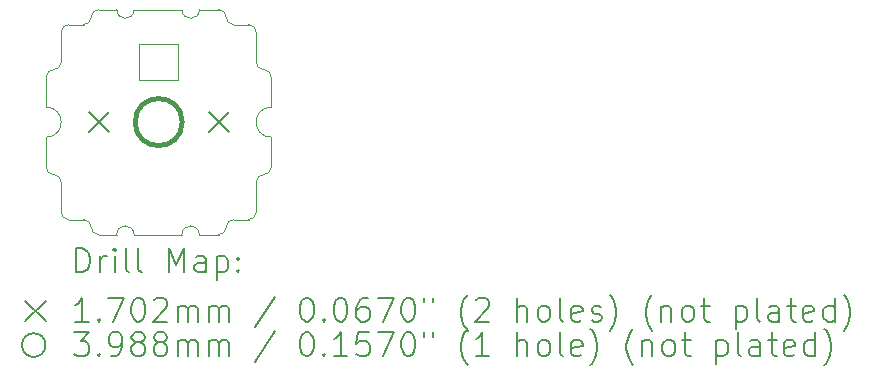
<source format=gbr>
%TF.GenerationSoftware,KiCad,Pcbnew,7.0.5*%
%TF.CreationDate,2024-03-07T22:21:13-05:00*%
%TF.ProjectId,amoebe_streamline,616d6f65-6265-45f7-9374-7265616d6c69,rev?*%
%TF.SameCoordinates,Original*%
%TF.FileFunction,Drillmap*%
%TF.FilePolarity,Positive*%
%FSLAX45Y45*%
G04 Gerber Fmt 4.5, Leading zero omitted, Abs format (unit mm)*
G04 Created by KiCad (PCBNEW 7.0.5) date 2024-03-07 22:21:13*
%MOMM*%
%LPD*%
G01*
G04 APERTURE LIST*
%ADD10C,0.100000*%
%ADD11C,0.200000*%
%ADD12C,0.170180*%
%ADD13C,0.398780*%
G04 APERTURE END LIST*
D10*
X14485549Y-9080429D02*
G75*
G03*
X14633011Y-9080429I73731J0D01*
G01*
X13931829Y-9080429D02*
G75*
G03*
X14079291Y-9080429I73731J0D01*
G01*
X13779500Y-9080500D02*
X13931829Y-9080571D01*
X14633011Y-9080429D02*
X14795500Y-9080500D01*
X14079291Y-9080571D02*
X14485549Y-9080429D01*
X14079291Y-10985571D02*
X14484208Y-10985500D01*
X14631670Y-10985500D02*
X14795500Y-10985500D01*
X13779500Y-10985500D02*
X13931829Y-10985571D01*
X14631670Y-10985500D02*
G75*
G03*
X14484208Y-10985500I-73731J0D01*
G01*
X13398500Y-9588500D02*
G75*
G03*
X13335000Y-9652000I0J-63500D01*
G01*
X13525500Y-9207500D02*
X13652500Y-9207500D01*
X15240000Y-9652000D02*
G75*
G03*
X15176500Y-9588500I-63500J0D01*
G01*
X14452600Y-9373950D02*
X14124940Y-9373950D01*
X15113000Y-9271000D02*
X15113000Y-9525000D01*
X14859000Y-9144000D02*
G75*
G03*
X14922500Y-9207500I63500J0D01*
G01*
X13652500Y-9207500D02*
G75*
G03*
X13716000Y-9144000I0J63500D01*
G01*
X15240000Y-10160000D02*
X15240000Y-10414000D01*
X15240000Y-9906000D02*
X15240000Y-9652000D01*
X13462000Y-10795000D02*
G75*
G03*
X13525500Y-10858500I63500J0D01*
G01*
X13779500Y-9080500D02*
G75*
G03*
X13716000Y-9144000I0J-63500D01*
G01*
X13335000Y-10414000D02*
G75*
G03*
X13398500Y-10477500I63500J0D01*
G01*
X13335000Y-9906000D02*
X13335000Y-9652000D01*
X14452600Y-9676050D02*
X14452600Y-9373950D01*
X14922500Y-10858500D02*
G75*
G03*
X14859000Y-10922000I0J-63500D01*
G01*
X13716000Y-10922000D02*
G75*
G03*
X13779500Y-10985500I63500J0D01*
G01*
X13335000Y-10160000D02*
X13335000Y-10414000D01*
X14859000Y-9144000D02*
G75*
G03*
X14795500Y-9080500I-63500J0D01*
G01*
X13462000Y-9271000D02*
X13462000Y-9525000D01*
X13335000Y-10160000D02*
G75*
G03*
X13335000Y-9906000I0J127000D01*
G01*
X15049500Y-10858500D02*
G75*
G03*
X15113000Y-10795000I0J63500D01*
G01*
X13525500Y-9207500D02*
G75*
G03*
X13462000Y-9271000I0J-63500D01*
G01*
X15176500Y-10477500D02*
G75*
G03*
X15113000Y-10541000I0J-63500D01*
G01*
X15049500Y-10858500D02*
X14922500Y-10858500D01*
X15113000Y-9271000D02*
G75*
G03*
X15049500Y-9207500I-63500J0D01*
G01*
X13716000Y-10922000D02*
G75*
G03*
X13652500Y-10858500I-63500J0D01*
G01*
X15176500Y-10477500D02*
G75*
G03*
X15240000Y-10414000I0J63500D01*
G01*
X13525500Y-10858500D02*
X13652500Y-10858500D01*
X15113000Y-9525000D02*
G75*
G03*
X15176500Y-9588500I63500J0D01*
G01*
X14124940Y-9676050D02*
X14452600Y-9676050D01*
X13398500Y-9588500D02*
G75*
G03*
X13462000Y-9525000I0J63500D01*
G01*
X14922500Y-9207500D02*
X15049500Y-9207500D01*
X13462000Y-10541000D02*
G75*
G03*
X13398500Y-10477500I-63500J0D01*
G01*
X15240000Y-9906000D02*
G75*
G03*
X15240000Y-10160000I0J-127000D01*
G01*
X14124940Y-9373950D02*
X14124940Y-9676050D01*
X14079291Y-10985571D02*
G75*
G03*
X13931829Y-10985571I-73731J0D01*
G01*
X15113000Y-10795000D02*
X15113000Y-10541000D01*
X14795500Y-10985500D02*
G75*
G03*
X14859000Y-10922000I0J63500D01*
G01*
X13462000Y-10541000D02*
X13462000Y-10795000D01*
D11*
D12*
X13694400Y-9947700D02*
X13864580Y-10117880D01*
X13864580Y-9947700D02*
X13694400Y-10117880D01*
X14710400Y-9947700D02*
X14880580Y-10117880D01*
X14880580Y-9947700D02*
X14710400Y-10117880D01*
D13*
X14486880Y-10032790D02*
G75*
G03*
X14486880Y-10032790I-199390J0D01*
G01*
D11*
X13590777Y-11302055D02*
X13590777Y-11102055D01*
X13590777Y-11102055D02*
X13638396Y-11102055D01*
X13638396Y-11102055D02*
X13666967Y-11111579D01*
X13666967Y-11111579D02*
X13686015Y-11130626D01*
X13686015Y-11130626D02*
X13695539Y-11149674D01*
X13695539Y-11149674D02*
X13705062Y-11187769D01*
X13705062Y-11187769D02*
X13705062Y-11216341D01*
X13705062Y-11216341D02*
X13695539Y-11254436D01*
X13695539Y-11254436D02*
X13686015Y-11273483D01*
X13686015Y-11273483D02*
X13666967Y-11292531D01*
X13666967Y-11292531D02*
X13638396Y-11302055D01*
X13638396Y-11302055D02*
X13590777Y-11302055D01*
X13790777Y-11302055D02*
X13790777Y-11168722D01*
X13790777Y-11206817D02*
X13800301Y-11187769D01*
X13800301Y-11187769D02*
X13809824Y-11178245D01*
X13809824Y-11178245D02*
X13828872Y-11168722D01*
X13828872Y-11168722D02*
X13847920Y-11168722D01*
X13914586Y-11302055D02*
X13914586Y-11168722D01*
X13914586Y-11102055D02*
X13905062Y-11111579D01*
X13905062Y-11111579D02*
X13914586Y-11121103D01*
X13914586Y-11121103D02*
X13924110Y-11111579D01*
X13924110Y-11111579D02*
X13914586Y-11102055D01*
X13914586Y-11102055D02*
X13914586Y-11121103D01*
X14038396Y-11302055D02*
X14019348Y-11292531D01*
X14019348Y-11292531D02*
X14009824Y-11273483D01*
X14009824Y-11273483D02*
X14009824Y-11102055D01*
X14143158Y-11302055D02*
X14124110Y-11292531D01*
X14124110Y-11292531D02*
X14114586Y-11273483D01*
X14114586Y-11273483D02*
X14114586Y-11102055D01*
X14371729Y-11302055D02*
X14371729Y-11102055D01*
X14371729Y-11102055D02*
X14438396Y-11244912D01*
X14438396Y-11244912D02*
X14505062Y-11102055D01*
X14505062Y-11102055D02*
X14505062Y-11302055D01*
X14686015Y-11302055D02*
X14686015Y-11197293D01*
X14686015Y-11197293D02*
X14676491Y-11178245D01*
X14676491Y-11178245D02*
X14657443Y-11168722D01*
X14657443Y-11168722D02*
X14619348Y-11168722D01*
X14619348Y-11168722D02*
X14600301Y-11178245D01*
X14686015Y-11292531D02*
X14666967Y-11302055D01*
X14666967Y-11302055D02*
X14619348Y-11302055D01*
X14619348Y-11302055D02*
X14600301Y-11292531D01*
X14600301Y-11292531D02*
X14590777Y-11273483D01*
X14590777Y-11273483D02*
X14590777Y-11254436D01*
X14590777Y-11254436D02*
X14600301Y-11235388D01*
X14600301Y-11235388D02*
X14619348Y-11225864D01*
X14619348Y-11225864D02*
X14666967Y-11225864D01*
X14666967Y-11225864D02*
X14686015Y-11216341D01*
X14781253Y-11168722D02*
X14781253Y-11368722D01*
X14781253Y-11178245D02*
X14800301Y-11168722D01*
X14800301Y-11168722D02*
X14838396Y-11168722D01*
X14838396Y-11168722D02*
X14857443Y-11178245D01*
X14857443Y-11178245D02*
X14866967Y-11187769D01*
X14866967Y-11187769D02*
X14876491Y-11206817D01*
X14876491Y-11206817D02*
X14876491Y-11263960D01*
X14876491Y-11263960D02*
X14866967Y-11283007D01*
X14866967Y-11283007D02*
X14857443Y-11292531D01*
X14857443Y-11292531D02*
X14838396Y-11302055D01*
X14838396Y-11302055D02*
X14800301Y-11302055D01*
X14800301Y-11302055D02*
X14781253Y-11292531D01*
X14962205Y-11283007D02*
X14971729Y-11292531D01*
X14971729Y-11292531D02*
X14962205Y-11302055D01*
X14962205Y-11302055D02*
X14952682Y-11292531D01*
X14952682Y-11292531D02*
X14962205Y-11283007D01*
X14962205Y-11283007D02*
X14962205Y-11302055D01*
X14962205Y-11178245D02*
X14971729Y-11187769D01*
X14971729Y-11187769D02*
X14962205Y-11197293D01*
X14962205Y-11197293D02*
X14952682Y-11187769D01*
X14952682Y-11187769D02*
X14962205Y-11178245D01*
X14962205Y-11178245D02*
X14962205Y-11197293D01*
D12*
X13159820Y-11545481D02*
X13330000Y-11715661D01*
X13330000Y-11545481D02*
X13159820Y-11715661D01*
D11*
X13695539Y-11722055D02*
X13581253Y-11722055D01*
X13638396Y-11722055D02*
X13638396Y-11522055D01*
X13638396Y-11522055D02*
X13619348Y-11550626D01*
X13619348Y-11550626D02*
X13600301Y-11569674D01*
X13600301Y-11569674D02*
X13581253Y-11579198D01*
X13781253Y-11703007D02*
X13790777Y-11712531D01*
X13790777Y-11712531D02*
X13781253Y-11722055D01*
X13781253Y-11722055D02*
X13771729Y-11712531D01*
X13771729Y-11712531D02*
X13781253Y-11703007D01*
X13781253Y-11703007D02*
X13781253Y-11722055D01*
X13857443Y-11522055D02*
X13990777Y-11522055D01*
X13990777Y-11522055D02*
X13905062Y-11722055D01*
X14105062Y-11522055D02*
X14124110Y-11522055D01*
X14124110Y-11522055D02*
X14143158Y-11531579D01*
X14143158Y-11531579D02*
X14152682Y-11541103D01*
X14152682Y-11541103D02*
X14162205Y-11560150D01*
X14162205Y-11560150D02*
X14171729Y-11598245D01*
X14171729Y-11598245D02*
X14171729Y-11645864D01*
X14171729Y-11645864D02*
X14162205Y-11683960D01*
X14162205Y-11683960D02*
X14152682Y-11703007D01*
X14152682Y-11703007D02*
X14143158Y-11712531D01*
X14143158Y-11712531D02*
X14124110Y-11722055D01*
X14124110Y-11722055D02*
X14105062Y-11722055D01*
X14105062Y-11722055D02*
X14086015Y-11712531D01*
X14086015Y-11712531D02*
X14076491Y-11703007D01*
X14076491Y-11703007D02*
X14066967Y-11683960D01*
X14066967Y-11683960D02*
X14057443Y-11645864D01*
X14057443Y-11645864D02*
X14057443Y-11598245D01*
X14057443Y-11598245D02*
X14066967Y-11560150D01*
X14066967Y-11560150D02*
X14076491Y-11541103D01*
X14076491Y-11541103D02*
X14086015Y-11531579D01*
X14086015Y-11531579D02*
X14105062Y-11522055D01*
X14247920Y-11541103D02*
X14257443Y-11531579D01*
X14257443Y-11531579D02*
X14276491Y-11522055D01*
X14276491Y-11522055D02*
X14324110Y-11522055D01*
X14324110Y-11522055D02*
X14343158Y-11531579D01*
X14343158Y-11531579D02*
X14352682Y-11541103D01*
X14352682Y-11541103D02*
X14362205Y-11560150D01*
X14362205Y-11560150D02*
X14362205Y-11579198D01*
X14362205Y-11579198D02*
X14352682Y-11607769D01*
X14352682Y-11607769D02*
X14238396Y-11722055D01*
X14238396Y-11722055D02*
X14362205Y-11722055D01*
X14447920Y-11722055D02*
X14447920Y-11588722D01*
X14447920Y-11607769D02*
X14457443Y-11598245D01*
X14457443Y-11598245D02*
X14476491Y-11588722D01*
X14476491Y-11588722D02*
X14505063Y-11588722D01*
X14505063Y-11588722D02*
X14524110Y-11598245D01*
X14524110Y-11598245D02*
X14533634Y-11617293D01*
X14533634Y-11617293D02*
X14533634Y-11722055D01*
X14533634Y-11617293D02*
X14543158Y-11598245D01*
X14543158Y-11598245D02*
X14562205Y-11588722D01*
X14562205Y-11588722D02*
X14590777Y-11588722D01*
X14590777Y-11588722D02*
X14609824Y-11598245D01*
X14609824Y-11598245D02*
X14619348Y-11617293D01*
X14619348Y-11617293D02*
X14619348Y-11722055D01*
X14714586Y-11722055D02*
X14714586Y-11588722D01*
X14714586Y-11607769D02*
X14724110Y-11598245D01*
X14724110Y-11598245D02*
X14743158Y-11588722D01*
X14743158Y-11588722D02*
X14771729Y-11588722D01*
X14771729Y-11588722D02*
X14790777Y-11598245D01*
X14790777Y-11598245D02*
X14800301Y-11617293D01*
X14800301Y-11617293D02*
X14800301Y-11722055D01*
X14800301Y-11617293D02*
X14809824Y-11598245D01*
X14809824Y-11598245D02*
X14828872Y-11588722D01*
X14828872Y-11588722D02*
X14857443Y-11588722D01*
X14857443Y-11588722D02*
X14876491Y-11598245D01*
X14876491Y-11598245D02*
X14886015Y-11617293D01*
X14886015Y-11617293D02*
X14886015Y-11722055D01*
X15276491Y-11512531D02*
X15105063Y-11769674D01*
X15533634Y-11522055D02*
X15552682Y-11522055D01*
X15552682Y-11522055D02*
X15571729Y-11531579D01*
X15571729Y-11531579D02*
X15581253Y-11541103D01*
X15581253Y-11541103D02*
X15590777Y-11560150D01*
X15590777Y-11560150D02*
X15600301Y-11598245D01*
X15600301Y-11598245D02*
X15600301Y-11645864D01*
X15600301Y-11645864D02*
X15590777Y-11683960D01*
X15590777Y-11683960D02*
X15581253Y-11703007D01*
X15581253Y-11703007D02*
X15571729Y-11712531D01*
X15571729Y-11712531D02*
X15552682Y-11722055D01*
X15552682Y-11722055D02*
X15533634Y-11722055D01*
X15533634Y-11722055D02*
X15514586Y-11712531D01*
X15514586Y-11712531D02*
X15505063Y-11703007D01*
X15505063Y-11703007D02*
X15495539Y-11683960D01*
X15495539Y-11683960D02*
X15486015Y-11645864D01*
X15486015Y-11645864D02*
X15486015Y-11598245D01*
X15486015Y-11598245D02*
X15495539Y-11560150D01*
X15495539Y-11560150D02*
X15505063Y-11541103D01*
X15505063Y-11541103D02*
X15514586Y-11531579D01*
X15514586Y-11531579D02*
X15533634Y-11522055D01*
X15686015Y-11703007D02*
X15695539Y-11712531D01*
X15695539Y-11712531D02*
X15686015Y-11722055D01*
X15686015Y-11722055D02*
X15676491Y-11712531D01*
X15676491Y-11712531D02*
X15686015Y-11703007D01*
X15686015Y-11703007D02*
X15686015Y-11722055D01*
X15819348Y-11522055D02*
X15838396Y-11522055D01*
X15838396Y-11522055D02*
X15857444Y-11531579D01*
X15857444Y-11531579D02*
X15866967Y-11541103D01*
X15866967Y-11541103D02*
X15876491Y-11560150D01*
X15876491Y-11560150D02*
X15886015Y-11598245D01*
X15886015Y-11598245D02*
X15886015Y-11645864D01*
X15886015Y-11645864D02*
X15876491Y-11683960D01*
X15876491Y-11683960D02*
X15866967Y-11703007D01*
X15866967Y-11703007D02*
X15857444Y-11712531D01*
X15857444Y-11712531D02*
X15838396Y-11722055D01*
X15838396Y-11722055D02*
X15819348Y-11722055D01*
X15819348Y-11722055D02*
X15800301Y-11712531D01*
X15800301Y-11712531D02*
X15790777Y-11703007D01*
X15790777Y-11703007D02*
X15781253Y-11683960D01*
X15781253Y-11683960D02*
X15771729Y-11645864D01*
X15771729Y-11645864D02*
X15771729Y-11598245D01*
X15771729Y-11598245D02*
X15781253Y-11560150D01*
X15781253Y-11560150D02*
X15790777Y-11541103D01*
X15790777Y-11541103D02*
X15800301Y-11531579D01*
X15800301Y-11531579D02*
X15819348Y-11522055D01*
X16057444Y-11522055D02*
X16019348Y-11522055D01*
X16019348Y-11522055D02*
X16000301Y-11531579D01*
X16000301Y-11531579D02*
X15990777Y-11541103D01*
X15990777Y-11541103D02*
X15971729Y-11569674D01*
X15971729Y-11569674D02*
X15962206Y-11607769D01*
X15962206Y-11607769D02*
X15962206Y-11683960D01*
X15962206Y-11683960D02*
X15971729Y-11703007D01*
X15971729Y-11703007D02*
X15981253Y-11712531D01*
X15981253Y-11712531D02*
X16000301Y-11722055D01*
X16000301Y-11722055D02*
X16038396Y-11722055D01*
X16038396Y-11722055D02*
X16057444Y-11712531D01*
X16057444Y-11712531D02*
X16066967Y-11703007D01*
X16066967Y-11703007D02*
X16076491Y-11683960D01*
X16076491Y-11683960D02*
X16076491Y-11636341D01*
X16076491Y-11636341D02*
X16066967Y-11617293D01*
X16066967Y-11617293D02*
X16057444Y-11607769D01*
X16057444Y-11607769D02*
X16038396Y-11598245D01*
X16038396Y-11598245D02*
X16000301Y-11598245D01*
X16000301Y-11598245D02*
X15981253Y-11607769D01*
X15981253Y-11607769D02*
X15971729Y-11617293D01*
X15971729Y-11617293D02*
X15962206Y-11636341D01*
X16143158Y-11522055D02*
X16276491Y-11522055D01*
X16276491Y-11522055D02*
X16190777Y-11722055D01*
X16390777Y-11522055D02*
X16409825Y-11522055D01*
X16409825Y-11522055D02*
X16428872Y-11531579D01*
X16428872Y-11531579D02*
X16438396Y-11541103D01*
X16438396Y-11541103D02*
X16447920Y-11560150D01*
X16447920Y-11560150D02*
X16457444Y-11598245D01*
X16457444Y-11598245D02*
X16457444Y-11645864D01*
X16457444Y-11645864D02*
X16447920Y-11683960D01*
X16447920Y-11683960D02*
X16438396Y-11703007D01*
X16438396Y-11703007D02*
X16428872Y-11712531D01*
X16428872Y-11712531D02*
X16409825Y-11722055D01*
X16409825Y-11722055D02*
X16390777Y-11722055D01*
X16390777Y-11722055D02*
X16371729Y-11712531D01*
X16371729Y-11712531D02*
X16362206Y-11703007D01*
X16362206Y-11703007D02*
X16352682Y-11683960D01*
X16352682Y-11683960D02*
X16343158Y-11645864D01*
X16343158Y-11645864D02*
X16343158Y-11598245D01*
X16343158Y-11598245D02*
X16352682Y-11560150D01*
X16352682Y-11560150D02*
X16362206Y-11541103D01*
X16362206Y-11541103D02*
X16371729Y-11531579D01*
X16371729Y-11531579D02*
X16390777Y-11522055D01*
X16533634Y-11522055D02*
X16533634Y-11560150D01*
X16609825Y-11522055D02*
X16609825Y-11560150D01*
X16905063Y-11798245D02*
X16895539Y-11788722D01*
X16895539Y-11788722D02*
X16876491Y-11760150D01*
X16876491Y-11760150D02*
X16866968Y-11741103D01*
X16866968Y-11741103D02*
X16857444Y-11712531D01*
X16857444Y-11712531D02*
X16847920Y-11664912D01*
X16847920Y-11664912D02*
X16847920Y-11626817D01*
X16847920Y-11626817D02*
X16857444Y-11579198D01*
X16857444Y-11579198D02*
X16866968Y-11550626D01*
X16866968Y-11550626D02*
X16876491Y-11531579D01*
X16876491Y-11531579D02*
X16895539Y-11503007D01*
X16895539Y-11503007D02*
X16905063Y-11493483D01*
X16971730Y-11541103D02*
X16981253Y-11531579D01*
X16981253Y-11531579D02*
X17000301Y-11522055D01*
X17000301Y-11522055D02*
X17047920Y-11522055D01*
X17047920Y-11522055D02*
X17066968Y-11531579D01*
X17066968Y-11531579D02*
X17076491Y-11541103D01*
X17076491Y-11541103D02*
X17086015Y-11560150D01*
X17086015Y-11560150D02*
X17086015Y-11579198D01*
X17086015Y-11579198D02*
X17076491Y-11607769D01*
X17076491Y-11607769D02*
X16962206Y-11722055D01*
X16962206Y-11722055D02*
X17086015Y-11722055D01*
X17324111Y-11722055D02*
X17324111Y-11522055D01*
X17409825Y-11722055D02*
X17409825Y-11617293D01*
X17409825Y-11617293D02*
X17400301Y-11598245D01*
X17400301Y-11598245D02*
X17381253Y-11588722D01*
X17381253Y-11588722D02*
X17352682Y-11588722D01*
X17352682Y-11588722D02*
X17333634Y-11598245D01*
X17333634Y-11598245D02*
X17324111Y-11607769D01*
X17533634Y-11722055D02*
X17514587Y-11712531D01*
X17514587Y-11712531D02*
X17505063Y-11703007D01*
X17505063Y-11703007D02*
X17495539Y-11683960D01*
X17495539Y-11683960D02*
X17495539Y-11626817D01*
X17495539Y-11626817D02*
X17505063Y-11607769D01*
X17505063Y-11607769D02*
X17514587Y-11598245D01*
X17514587Y-11598245D02*
X17533634Y-11588722D01*
X17533634Y-11588722D02*
X17562206Y-11588722D01*
X17562206Y-11588722D02*
X17581253Y-11598245D01*
X17581253Y-11598245D02*
X17590777Y-11607769D01*
X17590777Y-11607769D02*
X17600301Y-11626817D01*
X17600301Y-11626817D02*
X17600301Y-11683960D01*
X17600301Y-11683960D02*
X17590777Y-11703007D01*
X17590777Y-11703007D02*
X17581253Y-11712531D01*
X17581253Y-11712531D02*
X17562206Y-11722055D01*
X17562206Y-11722055D02*
X17533634Y-11722055D01*
X17714587Y-11722055D02*
X17695539Y-11712531D01*
X17695539Y-11712531D02*
X17686015Y-11693483D01*
X17686015Y-11693483D02*
X17686015Y-11522055D01*
X17866968Y-11712531D02*
X17847920Y-11722055D01*
X17847920Y-11722055D02*
X17809825Y-11722055D01*
X17809825Y-11722055D02*
X17790777Y-11712531D01*
X17790777Y-11712531D02*
X17781253Y-11693483D01*
X17781253Y-11693483D02*
X17781253Y-11617293D01*
X17781253Y-11617293D02*
X17790777Y-11598245D01*
X17790777Y-11598245D02*
X17809825Y-11588722D01*
X17809825Y-11588722D02*
X17847920Y-11588722D01*
X17847920Y-11588722D02*
X17866968Y-11598245D01*
X17866968Y-11598245D02*
X17876492Y-11617293D01*
X17876492Y-11617293D02*
X17876492Y-11636341D01*
X17876492Y-11636341D02*
X17781253Y-11655388D01*
X17952682Y-11712531D02*
X17971730Y-11722055D01*
X17971730Y-11722055D02*
X18009825Y-11722055D01*
X18009825Y-11722055D02*
X18028873Y-11712531D01*
X18028873Y-11712531D02*
X18038396Y-11693483D01*
X18038396Y-11693483D02*
X18038396Y-11683960D01*
X18038396Y-11683960D02*
X18028873Y-11664912D01*
X18028873Y-11664912D02*
X18009825Y-11655388D01*
X18009825Y-11655388D02*
X17981253Y-11655388D01*
X17981253Y-11655388D02*
X17962206Y-11645864D01*
X17962206Y-11645864D02*
X17952682Y-11626817D01*
X17952682Y-11626817D02*
X17952682Y-11617293D01*
X17952682Y-11617293D02*
X17962206Y-11598245D01*
X17962206Y-11598245D02*
X17981253Y-11588722D01*
X17981253Y-11588722D02*
X18009825Y-11588722D01*
X18009825Y-11588722D02*
X18028873Y-11598245D01*
X18105063Y-11798245D02*
X18114587Y-11788722D01*
X18114587Y-11788722D02*
X18133634Y-11760150D01*
X18133634Y-11760150D02*
X18143158Y-11741103D01*
X18143158Y-11741103D02*
X18152682Y-11712531D01*
X18152682Y-11712531D02*
X18162206Y-11664912D01*
X18162206Y-11664912D02*
X18162206Y-11626817D01*
X18162206Y-11626817D02*
X18152682Y-11579198D01*
X18152682Y-11579198D02*
X18143158Y-11550626D01*
X18143158Y-11550626D02*
X18133634Y-11531579D01*
X18133634Y-11531579D02*
X18114587Y-11503007D01*
X18114587Y-11503007D02*
X18105063Y-11493483D01*
X18466968Y-11798245D02*
X18457444Y-11788722D01*
X18457444Y-11788722D02*
X18438396Y-11760150D01*
X18438396Y-11760150D02*
X18428873Y-11741103D01*
X18428873Y-11741103D02*
X18419349Y-11712531D01*
X18419349Y-11712531D02*
X18409825Y-11664912D01*
X18409825Y-11664912D02*
X18409825Y-11626817D01*
X18409825Y-11626817D02*
X18419349Y-11579198D01*
X18419349Y-11579198D02*
X18428873Y-11550626D01*
X18428873Y-11550626D02*
X18438396Y-11531579D01*
X18438396Y-11531579D02*
X18457444Y-11503007D01*
X18457444Y-11503007D02*
X18466968Y-11493483D01*
X18543158Y-11588722D02*
X18543158Y-11722055D01*
X18543158Y-11607769D02*
X18552682Y-11598245D01*
X18552682Y-11598245D02*
X18571730Y-11588722D01*
X18571730Y-11588722D02*
X18600301Y-11588722D01*
X18600301Y-11588722D02*
X18619349Y-11598245D01*
X18619349Y-11598245D02*
X18628873Y-11617293D01*
X18628873Y-11617293D02*
X18628873Y-11722055D01*
X18752682Y-11722055D02*
X18733634Y-11712531D01*
X18733634Y-11712531D02*
X18724111Y-11703007D01*
X18724111Y-11703007D02*
X18714587Y-11683960D01*
X18714587Y-11683960D02*
X18714587Y-11626817D01*
X18714587Y-11626817D02*
X18724111Y-11607769D01*
X18724111Y-11607769D02*
X18733634Y-11598245D01*
X18733634Y-11598245D02*
X18752682Y-11588722D01*
X18752682Y-11588722D02*
X18781254Y-11588722D01*
X18781254Y-11588722D02*
X18800301Y-11598245D01*
X18800301Y-11598245D02*
X18809825Y-11607769D01*
X18809825Y-11607769D02*
X18819349Y-11626817D01*
X18819349Y-11626817D02*
X18819349Y-11683960D01*
X18819349Y-11683960D02*
X18809825Y-11703007D01*
X18809825Y-11703007D02*
X18800301Y-11712531D01*
X18800301Y-11712531D02*
X18781254Y-11722055D01*
X18781254Y-11722055D02*
X18752682Y-11722055D01*
X18876492Y-11588722D02*
X18952682Y-11588722D01*
X18905063Y-11522055D02*
X18905063Y-11693483D01*
X18905063Y-11693483D02*
X18914587Y-11712531D01*
X18914587Y-11712531D02*
X18933634Y-11722055D01*
X18933634Y-11722055D02*
X18952682Y-11722055D01*
X19171730Y-11588722D02*
X19171730Y-11788722D01*
X19171730Y-11598245D02*
X19190777Y-11588722D01*
X19190777Y-11588722D02*
X19228873Y-11588722D01*
X19228873Y-11588722D02*
X19247920Y-11598245D01*
X19247920Y-11598245D02*
X19257444Y-11607769D01*
X19257444Y-11607769D02*
X19266968Y-11626817D01*
X19266968Y-11626817D02*
X19266968Y-11683960D01*
X19266968Y-11683960D02*
X19257444Y-11703007D01*
X19257444Y-11703007D02*
X19247920Y-11712531D01*
X19247920Y-11712531D02*
X19228873Y-11722055D01*
X19228873Y-11722055D02*
X19190777Y-11722055D01*
X19190777Y-11722055D02*
X19171730Y-11712531D01*
X19381254Y-11722055D02*
X19362206Y-11712531D01*
X19362206Y-11712531D02*
X19352682Y-11693483D01*
X19352682Y-11693483D02*
X19352682Y-11522055D01*
X19543158Y-11722055D02*
X19543158Y-11617293D01*
X19543158Y-11617293D02*
X19533635Y-11598245D01*
X19533635Y-11598245D02*
X19514587Y-11588722D01*
X19514587Y-11588722D02*
X19476492Y-11588722D01*
X19476492Y-11588722D02*
X19457444Y-11598245D01*
X19543158Y-11712531D02*
X19524111Y-11722055D01*
X19524111Y-11722055D02*
X19476492Y-11722055D01*
X19476492Y-11722055D02*
X19457444Y-11712531D01*
X19457444Y-11712531D02*
X19447920Y-11693483D01*
X19447920Y-11693483D02*
X19447920Y-11674436D01*
X19447920Y-11674436D02*
X19457444Y-11655388D01*
X19457444Y-11655388D02*
X19476492Y-11645864D01*
X19476492Y-11645864D02*
X19524111Y-11645864D01*
X19524111Y-11645864D02*
X19543158Y-11636341D01*
X19609825Y-11588722D02*
X19686015Y-11588722D01*
X19638396Y-11522055D02*
X19638396Y-11693483D01*
X19638396Y-11693483D02*
X19647920Y-11712531D01*
X19647920Y-11712531D02*
X19666968Y-11722055D01*
X19666968Y-11722055D02*
X19686015Y-11722055D01*
X19828873Y-11712531D02*
X19809825Y-11722055D01*
X19809825Y-11722055D02*
X19771730Y-11722055D01*
X19771730Y-11722055D02*
X19752682Y-11712531D01*
X19752682Y-11712531D02*
X19743158Y-11693483D01*
X19743158Y-11693483D02*
X19743158Y-11617293D01*
X19743158Y-11617293D02*
X19752682Y-11598245D01*
X19752682Y-11598245D02*
X19771730Y-11588722D01*
X19771730Y-11588722D02*
X19809825Y-11588722D01*
X19809825Y-11588722D02*
X19828873Y-11598245D01*
X19828873Y-11598245D02*
X19838396Y-11617293D01*
X19838396Y-11617293D02*
X19838396Y-11636341D01*
X19838396Y-11636341D02*
X19743158Y-11655388D01*
X20009825Y-11722055D02*
X20009825Y-11522055D01*
X20009825Y-11712531D02*
X19990777Y-11722055D01*
X19990777Y-11722055D02*
X19952682Y-11722055D01*
X19952682Y-11722055D02*
X19933635Y-11712531D01*
X19933635Y-11712531D02*
X19924111Y-11703007D01*
X19924111Y-11703007D02*
X19914587Y-11683960D01*
X19914587Y-11683960D02*
X19914587Y-11626817D01*
X19914587Y-11626817D02*
X19924111Y-11607769D01*
X19924111Y-11607769D02*
X19933635Y-11598245D01*
X19933635Y-11598245D02*
X19952682Y-11588722D01*
X19952682Y-11588722D02*
X19990777Y-11588722D01*
X19990777Y-11588722D02*
X20009825Y-11598245D01*
X20086016Y-11798245D02*
X20095539Y-11788722D01*
X20095539Y-11788722D02*
X20114587Y-11760150D01*
X20114587Y-11760150D02*
X20124111Y-11741103D01*
X20124111Y-11741103D02*
X20133635Y-11712531D01*
X20133635Y-11712531D02*
X20143158Y-11664912D01*
X20143158Y-11664912D02*
X20143158Y-11626817D01*
X20143158Y-11626817D02*
X20133635Y-11579198D01*
X20133635Y-11579198D02*
X20124111Y-11550626D01*
X20124111Y-11550626D02*
X20114587Y-11531579D01*
X20114587Y-11531579D02*
X20095539Y-11503007D01*
X20095539Y-11503007D02*
X20086016Y-11493483D01*
X13330000Y-11920751D02*
G75*
G03*
X13330000Y-11920751I-100000J0D01*
G01*
X13571729Y-11812235D02*
X13695539Y-11812235D01*
X13695539Y-11812235D02*
X13628872Y-11888425D01*
X13628872Y-11888425D02*
X13657443Y-11888425D01*
X13657443Y-11888425D02*
X13676491Y-11897949D01*
X13676491Y-11897949D02*
X13686015Y-11907473D01*
X13686015Y-11907473D02*
X13695539Y-11926521D01*
X13695539Y-11926521D02*
X13695539Y-11974140D01*
X13695539Y-11974140D02*
X13686015Y-11993187D01*
X13686015Y-11993187D02*
X13676491Y-12002711D01*
X13676491Y-12002711D02*
X13657443Y-12012235D01*
X13657443Y-12012235D02*
X13600301Y-12012235D01*
X13600301Y-12012235D02*
X13581253Y-12002711D01*
X13581253Y-12002711D02*
X13571729Y-11993187D01*
X13781253Y-11993187D02*
X13790777Y-12002711D01*
X13790777Y-12002711D02*
X13781253Y-12012235D01*
X13781253Y-12012235D02*
X13771729Y-12002711D01*
X13771729Y-12002711D02*
X13781253Y-11993187D01*
X13781253Y-11993187D02*
X13781253Y-12012235D01*
X13886015Y-12012235D02*
X13924110Y-12012235D01*
X13924110Y-12012235D02*
X13943158Y-12002711D01*
X13943158Y-12002711D02*
X13952682Y-11993187D01*
X13952682Y-11993187D02*
X13971729Y-11964616D01*
X13971729Y-11964616D02*
X13981253Y-11926521D01*
X13981253Y-11926521D02*
X13981253Y-11850330D01*
X13981253Y-11850330D02*
X13971729Y-11831283D01*
X13971729Y-11831283D02*
X13962205Y-11821759D01*
X13962205Y-11821759D02*
X13943158Y-11812235D01*
X13943158Y-11812235D02*
X13905062Y-11812235D01*
X13905062Y-11812235D02*
X13886015Y-11821759D01*
X13886015Y-11821759D02*
X13876491Y-11831283D01*
X13876491Y-11831283D02*
X13866967Y-11850330D01*
X13866967Y-11850330D02*
X13866967Y-11897949D01*
X13866967Y-11897949D02*
X13876491Y-11916997D01*
X13876491Y-11916997D02*
X13886015Y-11926521D01*
X13886015Y-11926521D02*
X13905062Y-11936044D01*
X13905062Y-11936044D02*
X13943158Y-11936044D01*
X13943158Y-11936044D02*
X13962205Y-11926521D01*
X13962205Y-11926521D02*
X13971729Y-11916997D01*
X13971729Y-11916997D02*
X13981253Y-11897949D01*
X14095539Y-11897949D02*
X14076491Y-11888425D01*
X14076491Y-11888425D02*
X14066967Y-11878902D01*
X14066967Y-11878902D02*
X14057443Y-11859854D01*
X14057443Y-11859854D02*
X14057443Y-11850330D01*
X14057443Y-11850330D02*
X14066967Y-11831283D01*
X14066967Y-11831283D02*
X14076491Y-11821759D01*
X14076491Y-11821759D02*
X14095539Y-11812235D01*
X14095539Y-11812235D02*
X14133634Y-11812235D01*
X14133634Y-11812235D02*
X14152682Y-11821759D01*
X14152682Y-11821759D02*
X14162205Y-11831283D01*
X14162205Y-11831283D02*
X14171729Y-11850330D01*
X14171729Y-11850330D02*
X14171729Y-11859854D01*
X14171729Y-11859854D02*
X14162205Y-11878902D01*
X14162205Y-11878902D02*
X14152682Y-11888425D01*
X14152682Y-11888425D02*
X14133634Y-11897949D01*
X14133634Y-11897949D02*
X14095539Y-11897949D01*
X14095539Y-11897949D02*
X14076491Y-11907473D01*
X14076491Y-11907473D02*
X14066967Y-11916997D01*
X14066967Y-11916997D02*
X14057443Y-11936044D01*
X14057443Y-11936044D02*
X14057443Y-11974140D01*
X14057443Y-11974140D02*
X14066967Y-11993187D01*
X14066967Y-11993187D02*
X14076491Y-12002711D01*
X14076491Y-12002711D02*
X14095539Y-12012235D01*
X14095539Y-12012235D02*
X14133634Y-12012235D01*
X14133634Y-12012235D02*
X14152682Y-12002711D01*
X14152682Y-12002711D02*
X14162205Y-11993187D01*
X14162205Y-11993187D02*
X14171729Y-11974140D01*
X14171729Y-11974140D02*
X14171729Y-11936044D01*
X14171729Y-11936044D02*
X14162205Y-11916997D01*
X14162205Y-11916997D02*
X14152682Y-11907473D01*
X14152682Y-11907473D02*
X14133634Y-11897949D01*
X14286015Y-11897949D02*
X14266967Y-11888425D01*
X14266967Y-11888425D02*
X14257443Y-11878902D01*
X14257443Y-11878902D02*
X14247920Y-11859854D01*
X14247920Y-11859854D02*
X14247920Y-11850330D01*
X14247920Y-11850330D02*
X14257443Y-11831283D01*
X14257443Y-11831283D02*
X14266967Y-11821759D01*
X14266967Y-11821759D02*
X14286015Y-11812235D01*
X14286015Y-11812235D02*
X14324110Y-11812235D01*
X14324110Y-11812235D02*
X14343158Y-11821759D01*
X14343158Y-11821759D02*
X14352682Y-11831283D01*
X14352682Y-11831283D02*
X14362205Y-11850330D01*
X14362205Y-11850330D02*
X14362205Y-11859854D01*
X14362205Y-11859854D02*
X14352682Y-11878902D01*
X14352682Y-11878902D02*
X14343158Y-11888425D01*
X14343158Y-11888425D02*
X14324110Y-11897949D01*
X14324110Y-11897949D02*
X14286015Y-11897949D01*
X14286015Y-11897949D02*
X14266967Y-11907473D01*
X14266967Y-11907473D02*
X14257443Y-11916997D01*
X14257443Y-11916997D02*
X14247920Y-11936044D01*
X14247920Y-11936044D02*
X14247920Y-11974140D01*
X14247920Y-11974140D02*
X14257443Y-11993187D01*
X14257443Y-11993187D02*
X14266967Y-12002711D01*
X14266967Y-12002711D02*
X14286015Y-12012235D01*
X14286015Y-12012235D02*
X14324110Y-12012235D01*
X14324110Y-12012235D02*
X14343158Y-12002711D01*
X14343158Y-12002711D02*
X14352682Y-11993187D01*
X14352682Y-11993187D02*
X14362205Y-11974140D01*
X14362205Y-11974140D02*
X14362205Y-11936044D01*
X14362205Y-11936044D02*
X14352682Y-11916997D01*
X14352682Y-11916997D02*
X14343158Y-11907473D01*
X14343158Y-11907473D02*
X14324110Y-11897949D01*
X14447920Y-12012235D02*
X14447920Y-11878902D01*
X14447920Y-11897949D02*
X14457443Y-11888425D01*
X14457443Y-11888425D02*
X14476491Y-11878902D01*
X14476491Y-11878902D02*
X14505063Y-11878902D01*
X14505063Y-11878902D02*
X14524110Y-11888425D01*
X14524110Y-11888425D02*
X14533634Y-11907473D01*
X14533634Y-11907473D02*
X14533634Y-12012235D01*
X14533634Y-11907473D02*
X14543158Y-11888425D01*
X14543158Y-11888425D02*
X14562205Y-11878902D01*
X14562205Y-11878902D02*
X14590777Y-11878902D01*
X14590777Y-11878902D02*
X14609824Y-11888425D01*
X14609824Y-11888425D02*
X14619348Y-11907473D01*
X14619348Y-11907473D02*
X14619348Y-12012235D01*
X14714586Y-12012235D02*
X14714586Y-11878902D01*
X14714586Y-11897949D02*
X14724110Y-11888425D01*
X14724110Y-11888425D02*
X14743158Y-11878902D01*
X14743158Y-11878902D02*
X14771729Y-11878902D01*
X14771729Y-11878902D02*
X14790777Y-11888425D01*
X14790777Y-11888425D02*
X14800301Y-11907473D01*
X14800301Y-11907473D02*
X14800301Y-12012235D01*
X14800301Y-11907473D02*
X14809824Y-11888425D01*
X14809824Y-11888425D02*
X14828872Y-11878902D01*
X14828872Y-11878902D02*
X14857443Y-11878902D01*
X14857443Y-11878902D02*
X14876491Y-11888425D01*
X14876491Y-11888425D02*
X14886015Y-11907473D01*
X14886015Y-11907473D02*
X14886015Y-12012235D01*
X15276491Y-11802711D02*
X15105063Y-12059854D01*
X15533634Y-11812235D02*
X15552682Y-11812235D01*
X15552682Y-11812235D02*
X15571729Y-11821759D01*
X15571729Y-11821759D02*
X15581253Y-11831283D01*
X15581253Y-11831283D02*
X15590777Y-11850330D01*
X15590777Y-11850330D02*
X15600301Y-11888425D01*
X15600301Y-11888425D02*
X15600301Y-11936044D01*
X15600301Y-11936044D02*
X15590777Y-11974140D01*
X15590777Y-11974140D02*
X15581253Y-11993187D01*
X15581253Y-11993187D02*
X15571729Y-12002711D01*
X15571729Y-12002711D02*
X15552682Y-12012235D01*
X15552682Y-12012235D02*
X15533634Y-12012235D01*
X15533634Y-12012235D02*
X15514586Y-12002711D01*
X15514586Y-12002711D02*
X15505063Y-11993187D01*
X15505063Y-11993187D02*
X15495539Y-11974140D01*
X15495539Y-11974140D02*
X15486015Y-11936044D01*
X15486015Y-11936044D02*
X15486015Y-11888425D01*
X15486015Y-11888425D02*
X15495539Y-11850330D01*
X15495539Y-11850330D02*
X15505063Y-11831283D01*
X15505063Y-11831283D02*
X15514586Y-11821759D01*
X15514586Y-11821759D02*
X15533634Y-11812235D01*
X15686015Y-11993187D02*
X15695539Y-12002711D01*
X15695539Y-12002711D02*
X15686015Y-12012235D01*
X15686015Y-12012235D02*
X15676491Y-12002711D01*
X15676491Y-12002711D02*
X15686015Y-11993187D01*
X15686015Y-11993187D02*
X15686015Y-12012235D01*
X15886015Y-12012235D02*
X15771729Y-12012235D01*
X15828872Y-12012235D02*
X15828872Y-11812235D01*
X15828872Y-11812235D02*
X15809825Y-11840806D01*
X15809825Y-11840806D02*
X15790777Y-11859854D01*
X15790777Y-11859854D02*
X15771729Y-11869378D01*
X16066967Y-11812235D02*
X15971729Y-11812235D01*
X15971729Y-11812235D02*
X15962206Y-11907473D01*
X15962206Y-11907473D02*
X15971729Y-11897949D01*
X15971729Y-11897949D02*
X15990777Y-11888425D01*
X15990777Y-11888425D02*
X16038396Y-11888425D01*
X16038396Y-11888425D02*
X16057444Y-11897949D01*
X16057444Y-11897949D02*
X16066967Y-11907473D01*
X16066967Y-11907473D02*
X16076491Y-11926521D01*
X16076491Y-11926521D02*
X16076491Y-11974140D01*
X16076491Y-11974140D02*
X16066967Y-11993187D01*
X16066967Y-11993187D02*
X16057444Y-12002711D01*
X16057444Y-12002711D02*
X16038396Y-12012235D01*
X16038396Y-12012235D02*
X15990777Y-12012235D01*
X15990777Y-12012235D02*
X15971729Y-12002711D01*
X15971729Y-12002711D02*
X15962206Y-11993187D01*
X16143158Y-11812235D02*
X16276491Y-11812235D01*
X16276491Y-11812235D02*
X16190777Y-12012235D01*
X16390777Y-11812235D02*
X16409825Y-11812235D01*
X16409825Y-11812235D02*
X16428872Y-11821759D01*
X16428872Y-11821759D02*
X16438396Y-11831283D01*
X16438396Y-11831283D02*
X16447920Y-11850330D01*
X16447920Y-11850330D02*
X16457444Y-11888425D01*
X16457444Y-11888425D02*
X16457444Y-11936044D01*
X16457444Y-11936044D02*
X16447920Y-11974140D01*
X16447920Y-11974140D02*
X16438396Y-11993187D01*
X16438396Y-11993187D02*
X16428872Y-12002711D01*
X16428872Y-12002711D02*
X16409825Y-12012235D01*
X16409825Y-12012235D02*
X16390777Y-12012235D01*
X16390777Y-12012235D02*
X16371729Y-12002711D01*
X16371729Y-12002711D02*
X16362206Y-11993187D01*
X16362206Y-11993187D02*
X16352682Y-11974140D01*
X16352682Y-11974140D02*
X16343158Y-11936044D01*
X16343158Y-11936044D02*
X16343158Y-11888425D01*
X16343158Y-11888425D02*
X16352682Y-11850330D01*
X16352682Y-11850330D02*
X16362206Y-11831283D01*
X16362206Y-11831283D02*
X16371729Y-11821759D01*
X16371729Y-11821759D02*
X16390777Y-11812235D01*
X16533634Y-11812235D02*
X16533634Y-11850330D01*
X16609825Y-11812235D02*
X16609825Y-11850330D01*
X16905063Y-12088425D02*
X16895539Y-12078902D01*
X16895539Y-12078902D02*
X16876491Y-12050330D01*
X16876491Y-12050330D02*
X16866968Y-12031283D01*
X16866968Y-12031283D02*
X16857444Y-12002711D01*
X16857444Y-12002711D02*
X16847920Y-11955092D01*
X16847920Y-11955092D02*
X16847920Y-11916997D01*
X16847920Y-11916997D02*
X16857444Y-11869378D01*
X16857444Y-11869378D02*
X16866968Y-11840806D01*
X16866968Y-11840806D02*
X16876491Y-11821759D01*
X16876491Y-11821759D02*
X16895539Y-11793187D01*
X16895539Y-11793187D02*
X16905063Y-11783663D01*
X17086015Y-12012235D02*
X16971730Y-12012235D01*
X17028872Y-12012235D02*
X17028872Y-11812235D01*
X17028872Y-11812235D02*
X17009825Y-11840806D01*
X17009825Y-11840806D02*
X16990777Y-11859854D01*
X16990777Y-11859854D02*
X16971730Y-11869378D01*
X17324111Y-12012235D02*
X17324111Y-11812235D01*
X17409825Y-12012235D02*
X17409825Y-11907473D01*
X17409825Y-11907473D02*
X17400301Y-11888425D01*
X17400301Y-11888425D02*
X17381253Y-11878902D01*
X17381253Y-11878902D02*
X17352682Y-11878902D01*
X17352682Y-11878902D02*
X17333634Y-11888425D01*
X17333634Y-11888425D02*
X17324111Y-11897949D01*
X17533634Y-12012235D02*
X17514587Y-12002711D01*
X17514587Y-12002711D02*
X17505063Y-11993187D01*
X17505063Y-11993187D02*
X17495539Y-11974140D01*
X17495539Y-11974140D02*
X17495539Y-11916997D01*
X17495539Y-11916997D02*
X17505063Y-11897949D01*
X17505063Y-11897949D02*
X17514587Y-11888425D01*
X17514587Y-11888425D02*
X17533634Y-11878902D01*
X17533634Y-11878902D02*
X17562206Y-11878902D01*
X17562206Y-11878902D02*
X17581253Y-11888425D01*
X17581253Y-11888425D02*
X17590777Y-11897949D01*
X17590777Y-11897949D02*
X17600301Y-11916997D01*
X17600301Y-11916997D02*
X17600301Y-11974140D01*
X17600301Y-11974140D02*
X17590777Y-11993187D01*
X17590777Y-11993187D02*
X17581253Y-12002711D01*
X17581253Y-12002711D02*
X17562206Y-12012235D01*
X17562206Y-12012235D02*
X17533634Y-12012235D01*
X17714587Y-12012235D02*
X17695539Y-12002711D01*
X17695539Y-12002711D02*
X17686015Y-11983663D01*
X17686015Y-11983663D02*
X17686015Y-11812235D01*
X17866968Y-12002711D02*
X17847920Y-12012235D01*
X17847920Y-12012235D02*
X17809825Y-12012235D01*
X17809825Y-12012235D02*
X17790777Y-12002711D01*
X17790777Y-12002711D02*
X17781253Y-11983663D01*
X17781253Y-11983663D02*
X17781253Y-11907473D01*
X17781253Y-11907473D02*
X17790777Y-11888425D01*
X17790777Y-11888425D02*
X17809825Y-11878902D01*
X17809825Y-11878902D02*
X17847920Y-11878902D01*
X17847920Y-11878902D02*
X17866968Y-11888425D01*
X17866968Y-11888425D02*
X17876492Y-11907473D01*
X17876492Y-11907473D02*
X17876492Y-11926521D01*
X17876492Y-11926521D02*
X17781253Y-11945568D01*
X17943158Y-12088425D02*
X17952682Y-12078902D01*
X17952682Y-12078902D02*
X17971730Y-12050330D01*
X17971730Y-12050330D02*
X17981253Y-12031283D01*
X17981253Y-12031283D02*
X17990777Y-12002711D01*
X17990777Y-12002711D02*
X18000301Y-11955092D01*
X18000301Y-11955092D02*
X18000301Y-11916997D01*
X18000301Y-11916997D02*
X17990777Y-11869378D01*
X17990777Y-11869378D02*
X17981253Y-11840806D01*
X17981253Y-11840806D02*
X17971730Y-11821759D01*
X17971730Y-11821759D02*
X17952682Y-11793187D01*
X17952682Y-11793187D02*
X17943158Y-11783663D01*
X18305063Y-12088425D02*
X18295539Y-12078902D01*
X18295539Y-12078902D02*
X18276492Y-12050330D01*
X18276492Y-12050330D02*
X18266968Y-12031283D01*
X18266968Y-12031283D02*
X18257444Y-12002711D01*
X18257444Y-12002711D02*
X18247920Y-11955092D01*
X18247920Y-11955092D02*
X18247920Y-11916997D01*
X18247920Y-11916997D02*
X18257444Y-11869378D01*
X18257444Y-11869378D02*
X18266968Y-11840806D01*
X18266968Y-11840806D02*
X18276492Y-11821759D01*
X18276492Y-11821759D02*
X18295539Y-11793187D01*
X18295539Y-11793187D02*
X18305063Y-11783663D01*
X18381253Y-11878902D02*
X18381253Y-12012235D01*
X18381253Y-11897949D02*
X18390777Y-11888425D01*
X18390777Y-11888425D02*
X18409825Y-11878902D01*
X18409825Y-11878902D02*
X18438396Y-11878902D01*
X18438396Y-11878902D02*
X18457444Y-11888425D01*
X18457444Y-11888425D02*
X18466968Y-11907473D01*
X18466968Y-11907473D02*
X18466968Y-12012235D01*
X18590777Y-12012235D02*
X18571730Y-12002711D01*
X18571730Y-12002711D02*
X18562206Y-11993187D01*
X18562206Y-11993187D02*
X18552682Y-11974140D01*
X18552682Y-11974140D02*
X18552682Y-11916997D01*
X18552682Y-11916997D02*
X18562206Y-11897949D01*
X18562206Y-11897949D02*
X18571730Y-11888425D01*
X18571730Y-11888425D02*
X18590777Y-11878902D01*
X18590777Y-11878902D02*
X18619349Y-11878902D01*
X18619349Y-11878902D02*
X18638396Y-11888425D01*
X18638396Y-11888425D02*
X18647920Y-11897949D01*
X18647920Y-11897949D02*
X18657444Y-11916997D01*
X18657444Y-11916997D02*
X18657444Y-11974140D01*
X18657444Y-11974140D02*
X18647920Y-11993187D01*
X18647920Y-11993187D02*
X18638396Y-12002711D01*
X18638396Y-12002711D02*
X18619349Y-12012235D01*
X18619349Y-12012235D02*
X18590777Y-12012235D01*
X18714587Y-11878902D02*
X18790777Y-11878902D01*
X18743158Y-11812235D02*
X18743158Y-11983663D01*
X18743158Y-11983663D02*
X18752682Y-12002711D01*
X18752682Y-12002711D02*
X18771730Y-12012235D01*
X18771730Y-12012235D02*
X18790777Y-12012235D01*
X19009825Y-11878902D02*
X19009825Y-12078902D01*
X19009825Y-11888425D02*
X19028873Y-11878902D01*
X19028873Y-11878902D02*
X19066968Y-11878902D01*
X19066968Y-11878902D02*
X19086015Y-11888425D01*
X19086015Y-11888425D02*
X19095539Y-11897949D01*
X19095539Y-11897949D02*
X19105063Y-11916997D01*
X19105063Y-11916997D02*
X19105063Y-11974140D01*
X19105063Y-11974140D02*
X19095539Y-11993187D01*
X19095539Y-11993187D02*
X19086015Y-12002711D01*
X19086015Y-12002711D02*
X19066968Y-12012235D01*
X19066968Y-12012235D02*
X19028873Y-12012235D01*
X19028873Y-12012235D02*
X19009825Y-12002711D01*
X19219349Y-12012235D02*
X19200301Y-12002711D01*
X19200301Y-12002711D02*
X19190777Y-11983663D01*
X19190777Y-11983663D02*
X19190777Y-11812235D01*
X19381254Y-12012235D02*
X19381254Y-11907473D01*
X19381254Y-11907473D02*
X19371730Y-11888425D01*
X19371730Y-11888425D02*
X19352682Y-11878902D01*
X19352682Y-11878902D02*
X19314587Y-11878902D01*
X19314587Y-11878902D02*
X19295539Y-11888425D01*
X19381254Y-12002711D02*
X19362206Y-12012235D01*
X19362206Y-12012235D02*
X19314587Y-12012235D01*
X19314587Y-12012235D02*
X19295539Y-12002711D01*
X19295539Y-12002711D02*
X19286015Y-11983663D01*
X19286015Y-11983663D02*
X19286015Y-11964616D01*
X19286015Y-11964616D02*
X19295539Y-11945568D01*
X19295539Y-11945568D02*
X19314587Y-11936044D01*
X19314587Y-11936044D02*
X19362206Y-11936044D01*
X19362206Y-11936044D02*
X19381254Y-11926521D01*
X19447920Y-11878902D02*
X19524111Y-11878902D01*
X19476492Y-11812235D02*
X19476492Y-11983663D01*
X19476492Y-11983663D02*
X19486015Y-12002711D01*
X19486015Y-12002711D02*
X19505063Y-12012235D01*
X19505063Y-12012235D02*
X19524111Y-12012235D01*
X19666968Y-12002711D02*
X19647920Y-12012235D01*
X19647920Y-12012235D02*
X19609825Y-12012235D01*
X19609825Y-12012235D02*
X19590777Y-12002711D01*
X19590777Y-12002711D02*
X19581254Y-11983663D01*
X19581254Y-11983663D02*
X19581254Y-11907473D01*
X19581254Y-11907473D02*
X19590777Y-11888425D01*
X19590777Y-11888425D02*
X19609825Y-11878902D01*
X19609825Y-11878902D02*
X19647920Y-11878902D01*
X19647920Y-11878902D02*
X19666968Y-11888425D01*
X19666968Y-11888425D02*
X19676492Y-11907473D01*
X19676492Y-11907473D02*
X19676492Y-11926521D01*
X19676492Y-11926521D02*
X19581254Y-11945568D01*
X19847920Y-12012235D02*
X19847920Y-11812235D01*
X19847920Y-12002711D02*
X19828873Y-12012235D01*
X19828873Y-12012235D02*
X19790777Y-12012235D01*
X19790777Y-12012235D02*
X19771730Y-12002711D01*
X19771730Y-12002711D02*
X19762206Y-11993187D01*
X19762206Y-11993187D02*
X19752682Y-11974140D01*
X19752682Y-11974140D02*
X19752682Y-11916997D01*
X19752682Y-11916997D02*
X19762206Y-11897949D01*
X19762206Y-11897949D02*
X19771730Y-11888425D01*
X19771730Y-11888425D02*
X19790777Y-11878902D01*
X19790777Y-11878902D02*
X19828873Y-11878902D01*
X19828873Y-11878902D02*
X19847920Y-11888425D01*
X19924111Y-12088425D02*
X19933635Y-12078902D01*
X19933635Y-12078902D02*
X19952682Y-12050330D01*
X19952682Y-12050330D02*
X19962206Y-12031283D01*
X19962206Y-12031283D02*
X19971730Y-12002711D01*
X19971730Y-12002711D02*
X19981254Y-11955092D01*
X19981254Y-11955092D02*
X19981254Y-11916997D01*
X19981254Y-11916997D02*
X19971730Y-11869378D01*
X19971730Y-11869378D02*
X19962206Y-11840806D01*
X19962206Y-11840806D02*
X19952682Y-11821759D01*
X19952682Y-11821759D02*
X19933635Y-11793187D01*
X19933635Y-11793187D02*
X19924111Y-11783663D01*
M02*

</source>
